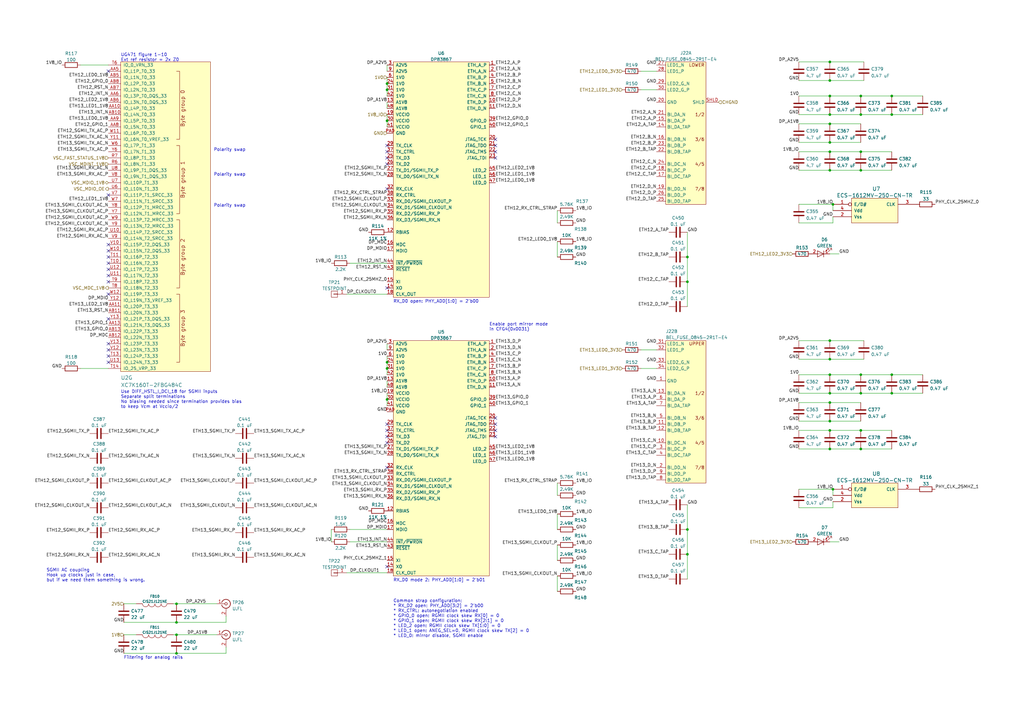
<source format=kicad_sch>
(kicad_sch (version 20211123) (generator eeschema)
  (paper "A3")
  (title_block (date "2023-06-15") (rev "0.1") (company "Antikernel Labs") (comment 1 "Andrew D. Zonenberg"))
  (junction (at 340.36 161.29))
  (junction (at 353.06 161.29))
  (junction (at 281.94 105.41))
  (junction (at 340.36 39.37))
  (junction (at 158.75 163.83))
  (junction (at 340.36 69.85))
  (junction (at 365.76 46.99))
  (junction (at 353.06 153.67))
  (junction (at 158.75 148.59))
  (junction (at 340.36 25.4))
  (junction (at 72.39 267.97))
  (junction (at 353.06 184.15))
  (junction (at 340.36 147.32))
  (junction (at 340.36 165.1))
  (junction (at 340.36 50.8))
  (junction (at 341.63 83.82))
  (junction (at 72.39 255.27))
  (junction (at 353.06 39.37))
  (junction (at 353.06 176.53))
  (junction (at 340.36 184.15))
  (junction (at 353.06 69.85))
  (junction (at 353.06 62.23))
  (junction (at 72.39 247.65))
  (junction (at 365.76 153.67))
  (junction (at 340.36 153.67))
  (junction (at 340.36 139.7))
  (junction (at 340.36 172.72))
  (junction (at 340.36 176.53))
  (junction (at 158.75 151.13))
  (junction (at 158.75 36.83))
  (junction (at 340.36 62.23))
  (junction (at 158.75 34.29))
  (junction (at 365.76 161.29))
  (junction (at 281.94 227.33))
  (junction (at 281.94 115.57))
  (junction (at 353.06 46.99))
  (junction (at 340.36 33.02))
  (junction (at 72.39 260.35))
  (junction (at 340.36 58.42))
  (junction (at 341.63 200.66))
  (junction (at 281.94 217.17))
  (junction (at 158.75 49.53))
  (junction (at 365.76 39.37))
  (junction (at 340.36 46.99))
  (no_connect (at 44.45 110.49))
  (no_connect (at 203.2 57.15))
  (no_connect (at 158.75 173.99))
  (no_connect (at 44.45 143.51))
  (no_connect (at 158.75 67.31))
  (no_connect (at 158.75 59.69))
  (no_connect (at 203.2 171.45))
  (no_connect (at 44.45 115.57))
  (no_connect (at 44.45 146.05))
  (no_connect (at 44.45 102.87))
  (no_connect (at 203.2 179.07))
  (no_connect (at 158.75 64.77))
  (no_connect (at 203.2 173.99))
  (no_connect (at 203.2 64.77))
  (no_connect (at 44.45 100.33))
  (no_connect (at 158.75 181.61))
  (no_connect (at 158.75 191.77))
  (no_connect (at 44.45 80.01))
  (no_connect (at 158.75 176.53))
  (no_connect (at 44.45 105.41))
  (no_connect (at 44.45 130.81))
  (no_connect (at 203.2 176.53))
  (no_connect (at 44.45 120.65))
  (no_connect (at 44.45 107.95))
  (no_connect (at 158.75 62.23))
  (no_connect (at 44.45 29.21))
  (no_connect (at 158.75 179.07))
  (no_connect (at 44.45 113.03))
  (no_connect (at 44.45 148.59))
  (no_connect (at 158.75 232.41))
  (no_connect (at 158.75 118.11))
  (no_connect (at 158.75 77.47))
  (no_connect (at 44.45 140.97))
  (no_connect (at 203.2 59.69))
  (no_connect (at 203.2 62.23))
  (wire (pts (xy 142.24 120.65) (xy 158.75 120.65)))
  (wire (pts (xy 327.66 139.7) (xy 340.36 139.7)))
  (wire (pts (xy 158.75 163.83) (xy 158.75 166.37)))
  (wire (pts (xy 327.66 69.85) (xy 340.36 69.85)))
  (wire (pts (xy 327.66 33.02) (xy 340.36 33.02)))
  (wire (pts (xy 50.8 247.65) (xy 55.88 247.65)))
  (wire (pts (xy 353.06 161.29) (xy 365.76 161.29)))
  (wire (pts (xy 135.89 217.17) (xy 135.89 222.25)))
  (wire (pts (xy 327.66 184.15) (xy 340.36 184.15)))
  (wire (pts (xy 353.06 184.15) (xy 365.76 184.15)))
  (wire (pts (xy 72.39 260.35) (xy 88.9 260.35)))
  (wire (pts (xy 340.36 69.85) (xy 353.06 69.85)))
  (wire (pts (xy 340.36 161.29) (xy 353.06 161.29)))
  (wire (pts (xy 33.02 26.67) (xy 44.45 26.67)))
  (wire (pts (xy 341.63 83.82) (xy 341.63 86.36)))
  (wire (pts (xy 158.75 46.99) (xy 158.75 49.53)))
  (wire (pts (xy 341.63 88.9) (xy 341.63 91.44)))
  (wire (pts (xy 327.66 39.37) (xy 340.36 39.37)))
  (wire (pts (xy 143.51 107.95) (xy 158.75 107.95)))
  (wire (pts (xy 228.6 86.36) (xy 228.6 91.44)))
  (wire (pts (xy 327.66 91.44) (xy 341.63 91.44)))
  (wire (pts (xy 50.8 267.97) (xy 72.39 267.97)))
  (wire (pts (xy 262.89 143.51) (xy 269.24 143.51)))
  (wire (pts (xy 281.94 95.25) (xy 281.94 105.41)))
  (wire (pts (xy 281.94 207.01) (xy 281.94 217.17)))
  (wire (pts (xy 365.76 161.29) (xy 378.46 161.29)))
  (wire (pts (xy 327.66 161.29) (xy 340.36 161.29)))
  (wire (pts (xy 340.36 50.8) (xy 353.06 50.8)))
  (wire (pts (xy 327.66 165.1) (xy 340.36 165.1)))
  (wire (pts (xy 327.66 153.67) (xy 340.36 153.67)))
  (wire (pts (xy 281.94 217.17) (xy 281.94 227.33)))
  (wire (pts (xy 340.36 62.23) (xy 353.06 62.23)))
  (wire (pts (xy 340.36 46.99) (xy 353.06 46.99)))
  (wire (pts (xy 327.66 208.28) (xy 341.63 208.28)))
  (wire (pts (xy 142.24 234.95) (xy 158.75 234.95)))
  (wire (pts (xy 143.51 222.25) (xy 158.75 222.25)))
  (wire (pts (xy 281.94 115.57) (xy 281.94 125.73)))
  (wire (pts (xy 327.66 58.42) (xy 340.36 58.42)))
  (wire (pts (xy 340.36 58.42) (xy 353.06 58.42)))
  (wire (pts (xy 327.66 200.66) (xy 341.63 200.66)))
  (wire (pts (xy 158.75 36.83) (xy 158.75 39.37)))
  (wire (pts (xy 327.66 83.82) (xy 341.63 83.82)))
  (wire (pts (xy 158.75 34.29) (xy 158.75 36.83)))
  (wire (pts (xy 158.75 156.21) (xy 158.75 158.75)))
  (wire (pts (xy 158.75 26.67) (xy 158.75 29.21)))
  (wire (pts (xy 228.6 198.12) (xy 228.6 203.2)))
  (wire (pts (xy 158.75 161.29) (xy 158.75 163.83)))
  (wire (pts (xy 340.36 172.72) (xy 353.06 172.72)))
  (wire (pts (xy 281.94 227.33) (xy 281.94 237.49)))
  (wire (pts (xy 340.36 33.02) (xy 354.33 33.02)))
  (wire (pts (xy 72.39 267.97) (xy 92.71 267.97)))
  (wire (pts (xy 71.12 247.65) (xy 72.39 247.65)))
  (wire (pts (xy 50.8 260.35) (xy 55.88 260.35)))
  (wire (pts (xy 158.75 148.59) (xy 158.75 151.13)))
  (wire (pts (xy 353.06 46.99) (xy 365.76 46.99)))
  (wire (pts (xy 228.6 99.06) (xy 228.6 105.41)))
  (wire (pts (xy 71.12 260.35) (xy 72.39 260.35)))
  (wire (pts (xy 340.36 184.15) (xy 353.06 184.15)))
  (wire (pts (xy 92.71 267.97) (xy 92.71 265.43)))
  (wire (pts (xy 353.06 69.85) (xy 365.76 69.85)))
  (wire (pts (xy 228.6 210.82) (xy 228.6 217.17)))
  (wire (pts (xy 158.75 140.97) (xy 158.75 143.51)))
  (wire (pts (xy 340.36 139.7) (xy 354.33 139.7)))
  (wire (pts (xy 50.8 255.27) (xy 72.39 255.27)))
  (wire (pts (xy 72.39 247.65) (xy 88.9 247.65)))
  (wire (pts (xy 158.75 146.05) (xy 158.75 148.59)))
  (wire (pts (xy 262.89 36.83) (xy 269.24 36.83)))
  (wire (pts (xy 158.75 41.91) (xy 158.75 44.45)))
  (wire (pts (xy 365.76 39.37) (xy 378.46 39.37)))
  (wire (pts (xy 327.66 176.53) (xy 340.36 176.53)))
  (wire (pts (xy 353.06 62.23) (xy 365.76 62.23)))
  (wire (pts (xy 340.36 153.67) (xy 353.06 153.67)))
  (wire (pts (xy 158.75 151.13) (xy 158.75 153.67)))
  (wire (pts (xy 353.06 39.37) (xy 365.76 39.37)))
  (wire (pts (xy 72.39 255.27) (xy 92.71 255.27)))
  (wire (pts (xy 281.94 105.41) (xy 281.94 115.57)))
  (wire (pts (xy 262.89 151.13) (xy 269.24 151.13)))
  (wire (pts (xy 353.06 153.67) (xy 365.76 153.67)))
  (wire (pts (xy 340.36 222.25) (xy 344.17 222.25)))
  (wire (pts (xy 340.36 176.53) (xy 353.06 176.53)))
  (wire (pts (xy 340.36 39.37) (xy 353.06 39.37)))
  (wire (pts (xy 158.75 49.53) (xy 158.75 52.07)))
  (wire (pts (xy 340.36 147.32) (xy 354.33 147.32)))
  (wire (pts (xy 228.6 223.52) (xy 228.6 229.87)))
  (wire (pts (xy 143.51 217.17) (xy 158.75 217.17)))
  (wire (pts (xy 365.76 46.99) (xy 378.46 46.99)))
  (wire (pts (xy 341.63 200.66) (xy 341.63 203.2)))
  (wire (pts (xy 327.66 147.32) (xy 340.36 147.32)))
  (wire (pts (xy 340.36 25.4) (xy 354.33 25.4)))
  (wire (pts (xy 327.66 62.23) (xy 340.36 62.23)))
  (wire (pts (xy 327.66 172.72) (xy 340.36 172.72)))
  (wire (pts (xy 158.75 31.75) (xy 158.75 34.29)))
  (wire (pts (xy 327.66 50.8) (xy 340.36 50.8)))
  (wire (pts (xy 340.36 104.14) (xy 344.17 104.14)))
  (wire (pts (xy 327.66 46.99) (xy 340.36 46.99)))
  (wire (pts (xy 353.06 176.53) (xy 365.76 176.53)))
  (wire (pts (xy 327.66 25.4) (xy 340.36 25.4)))
  (wire (pts (xy 228.6 236.22) (xy 228.6 242.57)))
  (wire (pts (xy 341.63 205.74) (xy 341.63 208.28)))
  (wire (pts (xy 33.02 151.13) (xy 44.45 151.13)))
  (wire (pts (xy 365.76 153.67) (xy 378.46 153.67)))
  (wire (pts (xy 262.89 29.21) (xy 269.24 29.21)))
  (wire (pts (xy 340.36 165.1) (xy 353.06 165.1)))
  (wire (pts (xy 92.71 255.27) (xy 92.71 252.73)))
  (text "Polarity swap" (at 87.63 62.23 0) (effects (font (size 1.27 1.27)) (justify left bottom)))
  (text "Polarity swap" (at 87.63 85.09 0) (effects (font (size 1.27 1.27)) (justify left bottom)))
  (text "RX_D0 open: PHY_ADD[1:0] = 2'b00" (at 161.29 124.46 0) (effects (font (size 1.27 1.27)) (justify left bottom)))
  (text "Common strap configuration:\n* RX_D2 open: PHY_ADD[3:2] = 2'b00\n* RX_CTRL: autonegotiation enabled\n* GPIO_0 open: RGMII clock skew RX[0] = 0\n* GPIO_1 open: RGMII clock skew RX[2:1] = 0\n* LED_2 open: RGMII clock skew TX[1:0] = 0\n* LED_1 open: ANEG_SEL=0, RGMII clock skew TX[2] = 0\n* LED_0: mirror disable, SGMII enable" (at 161.29 261.62 0) (effects (font (size 1.27 1.27)) (justify left bottom)))
  (text "Filtering for analog rails" (at 50.8 270.51 0) (effects (font (size 1.27 1.27)) (justify left bottom)))
  (text "SGMII AC coupling\nHook up clocks just in case,\nbut if we need them something is wrong." (at 19.05 238.76 0) (effects (font (size 1.27 1.27)) (justify left bottom)))
  (text "Use DIFF_HSTL_I_DCI_18 for SGMII inputs\nSeparate split terminations\nNo biasing needed since termination provides bias\nto keep Vcm at Vccio/2\n" (at 49.53 167.64 0) (effects (font (size 1.27 1.27)) (justify left bottom)))
  (text "Polarity swap" (at 87.63 72.39 0) (effects (font (size 1.27 1.27)) (justify left bottom)))
  (text "UG471 figure 1-10\nExt ref resistor = 2x Z0" (at 49.53 25.4 0) (effects (font (size 1.27 1.27)) (justify left bottom)))
  (text "Enable port mirror mode\nin CFG4(0x0031)" (at 200.66 135.89 0) (effects (font (size 1.27 1.27)) (justify left bottom)))
  (text "RX_D0 mode 2: PHY_ADD[1:0] = 2'b01" (at 161.29 238.76 0) (effects (font (size 1.27 1.27)) (justify left bottom)))
  (label "ETH13_LED1_1V8" (at 44.45 44.45 180))
  (label "1V8_IO" (at 236.22 86.36 0))
  (label "GND" (at 341.63 205.74 180))
  (label "DP_MDIO" (at 158.75 102.87 180))
  (label "ETH13_LED2_1V8" (at 44.45 125.73 180))
  (label "ETH12_LED0_1V8" (at 203.2 74.93 0))
  (label "DP_A1V8" (at 327.66 165.1 180))
  (label "ETH12_C_P" (at 203.2 36.83 0))
  (label "ETH13_SGMII_RX_P" (at 158.75 201.93 180))
  (label "ETH13_C_TAP" (at 274.32 227.33 180))
  (label "1V8_IO" (at 236.22 236.22 0))
  (label "ETH12_D_TAP" (at 269.24 82.55 180))
  (label "DP_A2V5" (at 327.66 25.4 180))
  (label "ETH13_SGMII_RX_P" (at 96.52 218.44 180))
  (label "ETH12_GPIO_0" (at 203.2 49.53 0))
  (label "ETH12_SGMII_RX_AC_P" (at 44.45 218.44 0))
  (label "ETH12_SGMII_CLKOUT_N" (at 36.83 208.28 180))
  (label "PHY_CLK_25MHZ_0" (at 383.54 83.82 0))
  (label "GND" (at 25.4 151.13 180))
  (label "ETH13_SGMII_TX_AC_P" (at 44.45 62.23 180))
  (label "ETH13_A_N" (at 203.2 158.75 0))
  (label "ETH13_D_TAP" (at 274.32 237.49 180))
  (label "ETH13_GPIO_0" (at 44.45 135.89 180))
  (label "GND" (at 158.75 168.91 180))
  (label "1V8_IO" (at 236.22 210.82 0))
  (label "GND" (at 327.66 147.32 180))
  (label "GND" (at 344.17 222.25 0))
  (label "ETH13_SGMII_CLKOUT_AC_P" (at 44.45 87.63 180))
  (label "DP_MDC" (at 158.75 100.33 180))
  (label "1V8_IO" (at 341.63 200.66 180))
  (label "ETH12_C_N" (at 269.24 67.31 180))
  (label "GND" (at 327.66 161.29 180))
  (label "ETH12_B_P" (at 269.24 59.69 180))
  (label "ETH12_SGMII_RX_N" (at 158.75 90.17 180))
  (label "DP_MDIO" (at 44.45 123.19 180))
  (label "GND" (at 50.8 267.97 180))
  (label "ETH13_B_TAP" (at 274.32 217.17 180))
  (label "ETH12_LED1_1V8" (at 44.45 82.55 180))
  (label "ETH12_LED1_1V8" (at 203.2 72.39 0))
  (label "ETH12_B_P" (at 203.2 31.75 0))
  (label "DP_MDC" (at 158.75 214.63 180))
  (label "GND" (at 327.66 184.15 180))
  (label "ETH13_D_N" (at 203.2 143.51 0))
  (label "ETH12_RST_N" (at 158.75 110.49 180))
  (label "ETH13_SGMII_TX_AC_P" (at 104.14 177.8 0))
  (label "ETH12_SGMII_CLKOUT_AC_N" (at 44.45 208.28 0))
  (label "ETH13_LED0_1V8" (at 228.6 210.82 180))
  (label "ETH13_SGMII_CLKOUT_N" (at 158.75 199.39 180))
  (label "1V0" (at 327.66 153.67 180))
  (label "ETH12_A_TAP" (at 274.32 95.25 180))
  (label "GND" (at 269.24 34.29 180))
  (label "ETH13_SGMII_TX_AC_N" (at 104.14 187.96 0))
  (label "ETH12_SGMII_RX_P" (at 36.83 218.44 180))
  (label "1V8_IO" (at 236.22 223.52 0))
  (label "ETH13_C_P" (at 203.2 146.05 0))
  (label "GND" (at 151.13 95.25 180))
  (label "ETH12_SGMII_CLKOUT_P" (at 158.75 82.55 180))
  (label "ETH13_SGMII_RX_AC_P" (at 44.45 72.39 180))
  (label "ETH12_C_P" (at 269.24 69.85 180))
  (label "ETH12_C_TAP" (at 269.24 72.39 180))
  (label "ETH12_B_N" (at 269.24 57.15 180))
  (label "ETH13_RST_N" (at 44.45 128.27 180))
  (label "ETH12_SGMII_TX_AC_N" (at 44.45 187.96 0))
  (label "ETH13_GPIO_1" (at 44.45 133.35 180))
  (label "1V0" (at 327.66 39.37 180))
  (label "ETH12_SGMII_TX_AC_P" (at 44.45 54.61 180))
  (label "ETH13_SGMII_CLKOUT_P" (at 158.75 196.85 180))
  (label "ETH12_SGMII_TX_P" (at 158.75 69.85 180))
  (label "DP_CLKOUT0" (at 142.24 120.65 0))
  (label "1V8_IO" (at 135.89 107.95 180))
  (label "ETH12_A_N" (at 203.2 29.21 0))
  (label "PHY_CLK_25MHZ_1" (at 158.75 229.87 180))
  (label "ETH13_SGMII_TX_P" (at 158.75 184.15 180))
  (label "GND" (at 327.66 172.72 180))
  (label "ETH12_LED0_1V8" (at 228.6 99.06 180))
  (label "ETH13_RST_N" (at 158.75 224.79 180))
  (label "DP_MDC" (at 44.45 138.43 180))
  (label "ETH12_RST_N" (at 44.45 36.83 180))
  (label "GND" (at 344.17 104.14 0))
  (label "ETH12_D_TAP" (at 274.32 125.73 180))
  (label "ETH13_GPIO_1" (at 203.2 166.37 0))
  (label "GND" (at 327.66 69.85 180))
  (label "ETH12_SGMII_CLKOUT_P" (at 36.83 198.12 180))
  (label "1V8_IO" (at 236.22 198.12 0))
  (label "ETH12_B_N" (at 203.2 34.29 0))
  (label "GND" (at 327.66 58.42 180))
  (label "ETH13_SGMII_RX_AC_N" (at 44.45 69.85 180))
  (label "ETH13_SGMII_RX_N" (at 158.75 204.47 180))
  (label "ETH13_SGMII_RX_N" (at 96.52 228.6 180))
  (label "DP_A1V8" (at 158.75 156.21 180))
  (label "DP_A2V5" (at 327.66 139.7 180))
  (label "ETH13_C_N" (at 269.24 181.61 180))
  (label "GND" (at 327.66 46.99 180))
  (label "ETH13_A_P" (at 203.2 156.21 0))
  (label "ETH13_D_TAP" (at 269.24 196.85 180))
  (label "GND" (at 236.22 91.44 0))
  (label "1V8_IO" (at 327.66 62.23 180))
  (label "ETH13_SGMII_RX_AC_N" (at 104.14 228.6 0))
  (label "ETH13_SGMII_TX_P" (at 96.52 177.8 180))
  (label "ETH13_A_P" (at 269.24 163.83 180))
  (label "ETH12_SGMII_RX_N" (at 36.83 228.6 180))
  (label "ETH12_SGMII_RX_AC_N" (at 44.45 97.79 180))
  (label "1V8_IO" (at 158.75 161.29 180))
  (label "ETH12_GPIO_1" (at 203.2 52.07 0))
  (label "GND" (at 269.24 148.59 180))
  (label "ETH12_SGMII_TX_AC_P" (at 44.45 177.8 0))
  (label "ETH12_C_N" (at 203.2 39.37 0))
  (label "ETH13_SGMII_CLKOUT_N" (at 96.52 208.28 180))
  (label "DP_MDIO" (at 158.75 217.17 180))
  (label "DP_A1V8" (at 85.09 260.35 180))
  (label "ETH12_D_N" (at 203.2 44.45 0))
  (label "GND" (at 236.22 217.17 0))
  (label "ETH13_INT_N" (at 44.45 46.99 180))
  (label "ETH13_RX_CTRL_STRAP" (at 228.6 198.12 180))
  (label "ETH13_GPIO_0" (at 203.2 163.83 0))
  (label "GND" (at 327.66 33.02 180))
  (label "GND" (at 236.22 203.2 0))
  (label "ETH13_SGMII_TX_N" (at 96.52 187.96 180))
  (label "ETH12_C_TAP" (at 274.32 115.57 180))
  (label "ETH12_GPIO_0" (at 44.45 34.29 180))
  (label "ETH12_A_N" (at 269.24 46.99 180))
  (label "ETH13_B_N" (at 269.24 171.45 180))
  (label "1V8_IO" (at 236.22 99.06 0))
  (label "ETH12_D_N" (at 269.24 77.47 180))
  (label "ETH12_A_P" (at 269.24 49.53 180))
  (label "GND" (at 151.13 209.55 180))
  (label "ETH12_D_P" (at 203.2 41.91 0))
  (label "ETH12_B_TAP" (at 269.24 62.23 180))
  (label "ETH13_SGMII_CLKOUT_P" (at 96.52 198.12 180))
  (label "DP_A2V5" (at 158.75 26.67 180))
  (label "DP_A1V8" (at 158.75 41.91 180))
  (label "ETH13_A_TAP" (at 274.32 207.01 180))
  (label "ETH12_LED2_1V8" (at 203.2 69.85 0))
  (label "ETH13_C_N" (at 203.2 148.59 0))
  (label "ETH12_SGMII_CLKOUT_AC_P" (at 44.45 198.12 0))
  (label "ETH12_RX_CTRL_STRAP" (at 228.6 86.36 180))
  (label "ETH13_SGMII_CLKOUT_AC_N" (at 104.14 208.28 0))
  (label "ETH13_B_P" (at 269.24 173.99 180))
  (label "ETH13_SGMII_CLKOUT_AC_P" (at 104.14 198.12 0))
  (label "1V8_IO" (at 135.89 222.25 180))
  (label "ETH13_SGMII_CLKOUT_AC_N" (at 44.45 85.09 180))
  (label "ETH13_C_P" (at 269.24 184.15 180))
  (label "ETH13_SGMII_TX_AC_N" (at 44.45 59.69 180))
  (label "PHY_CLK_25MHZ_1" (at 383.54 200.66 0))
  (label "GND" (at 341.63 88.9 180))
  (label "GND" (at 236.22 242.57 0))
  (label "ETH12_SGMII_TX_N" (at 36.83 187.96 180))
  (label "ETH12_D_P" (at 269.24 80.01 180))
  (label "GND" (at 269.24 156.21 180))
  (label "ETH13_LED2_1V8" (at 203.2 184.15 0))
  (label "ETH12_INT_N" (at 158.75 107.95 180))
  (label "ETH13_SGMII_CLKOUT_P" (at 228.6 223.52 180))
  (label "ETH12_LED0_1V8" (at 44.45 31.75 180))
  (label "ETH13_D_P" (at 269.24 194.31 180))
  (label "ETH13_B_TAP" (at 269.24 176.53 180))
  (label "GND" (at 269.24 140.97 180))
  (label "GND" (at 281.94 207.01 0))
  (label "ETH13_B_P" (at 203.2 151.13 0))
  (label "ETH12_SGMII_CLKOUT_AC_P" (at 44.45 90.17 180))
  (label "1V8_IO" (at 327.66 176.53 180))
  (label "1V0" (at 158.75 146.05 180))
  (label "ETH13_D_P" (at 203.2 140.97 0))
  (label "ETH13_SGMII_CLKOUT_N" (at 228.6 236.22 180))
  (label "ETH12_SGMII_TX_P" (at 36.83 177.8 180))
  (label "ETH12_RX_CTRL_STRAP" (at 158.75 80.01 180))
  (label "ETH12_LED2_1V8" (at 44.45 41.91 180))
  (label "ETH13_C_TAP" (at 269.24 186.69 180))
  (label "ETH13_A_TAP" (at 269.24 166.37 180))
  (label "DP_CLKOUT1" (at 143.51 234.95 0))
  (label "GND" (at 236.22 105.41 0))
  (label "ETH13_INT_N" (at 158.75 222.25 180))
  (label "ETH13_LED0_1V8" (at 203.2 189.23 0))
  (label "ETH12_A_P" (at 203.2 26.67 0))
  (label "DP_A1V8" (at 327.66 50.8 180))
  (label "ETH12_SGMII_RX_P" (at 158.75 87.63 180))
  (label "DP_A2V5" (at 76.2 247.65 0))
  (label "ETH13_A_N" (at 269.24 161.29 180))
  (label "ETH13_B_N" (at 203.2 153.67 0))
  (label "GND" (at 269.24 26.67 180))
  (label "GND" (at 236.22 229.87 0))
  (label "ETH12_INT_N" (at 44.45 39.37 180))
  (label "ETH13_RX_CTRL_STRAP" (at 158.75 194.31 180))
  (label "ETH12_SGMII_CLKOUT_N" (at 158.75 85.09 180))
  (label "ETH13_SGMII_TX_N" (at 158.75 186.69 180))
  (label "ETH12_SGMII_RX_AC_P" (at 44.45 95.25 180))
  (label "DP_A2V5" (at 158.75 140.97 180))
  (label "GND" (at 269.24 41.91 180))
  (label "1V8_IO" (at 341.63 83.82 180))
  (label "GND" (at 50.8 255.27 180))
  (label "ETH12_A_TAP" (at 269.24 52.07 180))
  (label "ETH12_SGMII_TX_N" (at 158.75 72.39 180))
  (label "ETH13_D_N" (at 269.24 191.77 180))
  (label "ETH13_LED1_1V8" (at 203.2 186.69 0))
  (label "ETH12_SGMII_TX_AC_N" (at 44.45 57.15 180))
  (label "ETH13_LED0_1V8" (at 44.45 49.53 180))
  (label "ETH12_SGMII_RX_AC_N" (at 44.45 228.6 0))
  (label "ETH13_SGMII_RX_AC_P" (at 104.14 218.44 0))
  (label "PHY_CLK_25MHZ_0" (at 158.75 115.57 180))
  (label "1V8_IO" (at 25.4 26.67 180))
  (label "ETH12_B_TAP" (at 274.32 105.41 180))
  (label "ETH12_GPIO_1" (at 44.45 52.07 180))
  (label "GND" (at 281.94 95.25 0))
  (label "ETH12_SGMII_CLKOUT_AC_N" (at 44.45 92.71 180))
  (hierarchical_label "VSC_MDC_1V8" (shape output) (at 44.45 118.11 180))
  (hierarchical_label "1V8_IO" (shape input) (at 158.75 46.99 180))
  (hierarchical_label "2V5" (shape input) (at 50.8 247.65 180))
  (hierarchical_label "VSC_FAST_STATUS_1V8" (shape input) (at 44.45 64.77 180))
  (hierarchical_label "ETH12_LED0_3V3" (shape input) (at 255.27 29.21 180))
  (hierarchical_label "ETH12_LED2_3V3" (shape input) (at 325.12 104.14 180))
  (hierarchical_label "VSC_MDINT_1V8" (shape input) (at 44.45 67.31 180))
  (hierarchical_label "ETH13_LED2_3V3" (shape input) (at 325.12 222.25 180))
  (hierarchical_label "1V0" (shape input) (at 158.75 31.75 180))
  (hierarchical_label "1V8" (shape input) (at 50.8 260.35 180))
  (hierarchical_label "VSC_MDIO_1V8" (shape bidirectional) (at 44.45 74.93 180))
  (hierarchical_label "ETH12_LED1_3V3" (shape input) (at 255.27 36.83 180))
  (hierarchical_label "GND" (shape input) (at 158.75 54.61 180))
  (hierarchical_label "VSC_MDIO_OE" (shape output) (at 44.45 77.47 180))
  (hierarchical_label "ETH13_LED0_3V3" (shape input) (at 255.27 143.51 180))
  (hierarchical_label "CHGND" (shape input) (at 294.64 41.91 0))
  (hierarchical_label "ETH13_LED1_3V3" (shape input) (at 255.27 151.13 180))
  (symbol (lib_id "device:C") (at 50.8 251.46 0) (unit 1)
    (property "Reference" "C477" (at 53.721 250.6253 0) (effects (justify left)))
    (property "Value" "22 uF" (at 53.721 253.1622 0) (effects (justify left)))
    (property "Footprint" "azonenberg_pcb:EIA_1206_CAP_NOSILK" (effects hide))
  )
  (symbol (lib_id "special-azonenberg:BEL_FUSE_0845-2R1T-E4") (at 273.05 198.12 0) (unit 2)
    (property "Reference" "J22" (at 273.05 135.8931 0) (effects (justify left)))
    (property "Value" "BEL_FUSE_0845-2R1T-E4" (at 273.05 138.43 0) (effects (justify left)))
    (property "Footprint" "azonenberg_pcb:CONN_RJ45_BELFUSE_0845-2R1T-E4" (effects hide))
  )
  (symbol (lib_id "device:R") (at 232.41 105.41 90) (unit 1)
    (property "Reference" "R140" (at 238.125 107.95 90))
    (property "Value" "2.49K" (at 232.41 102.87 90))
    (property "Footprint" "azonenberg_pcb:EIA_0402_RES_NOSILK" (effects hide))
  )
  (symbol (lib_id "device:C") (at 327.66 54.61 0) (unit 1)
    (property "Reference" "C359" (at 330.581 53.7015 0) (effects (justify left)))
    (property "Value" "4.7 uF" (at 330.581 56.4766 0) (effects (justify left)))
    (property "Footprint" "azonenberg_pcb:EIA_0603_CAP_NOSILK" (effects hide))
  )
  (symbol (lib_id "device:LED") (at 336.55 104.14 180) (unit 1)
    (property "Reference" "D6" (at 338.1502 98.2812 0))
    (property "Value" "GREEN" (at 338.1502 100.8181 0))
    (property "Footprint" "azonenberg_pcb:EIA_0603_LED" (effects hide))
  )
  (symbol (lib_id "device:C") (at 278.13 105.41 90) (unit 1)
    (property "Reference" "C451" (at 278.13 99.5512 90))
    (property "Value" "0.1 uF" (at 278.13 102.0881 90))
    (property "Footprint" "azonenberg_pcb:EIA_0402_CAP_NOSILK" (effects hide))
  )
  (symbol (lib_id "device:C") (at 40.64 187.96 90) (unit 1)
    (property "Reference" "C388" (at 40.64 182.1012 90))
    (property "Value" "0.1 uF" (at 40.64 184.6381 90))
    (property "Footprint" "azonenberg_pcb:EIA_0402_CAP_NOSILK" (effects hide))
  )
  (symbol (lib_id "conn:CONN_01X01") (at 137.16 120.65 180) (unit 1)
    (property "Reference" "TP21" (at 137.16 115.8072 0))
    (property "Value" "TESTPOINT" (at 137.16 118.3441 0))
    (property "Footprint" "azonenberg_pcb:TESTPOINT_SMT_0.5MM" (effects hide))
  )
  (symbol (lib_id "conn:CONN_COAXIAL") (at 92.71 247.65 0) (unit 1)
    (property "Reference" "TP26" (at 95.2501 247.1085 0) (effects (justify left)))
    (property "Value" "U.FL" (at 95.2501 249.6454 0) (effects (justify left)))
    (property "Footprint" "azonenberg_pcb:CONN_U.FL_TE_1909763-1" (effects hide))
  )
  (symbol (lib_id "device:C") (at 100.33 218.44 90) (unit 1)
    (property "Reference" "C445" (at 100.33 212.5812 90))
    (property "Value" "0.1 uF" (at 100.33 215.1181 90))
    (property "Footprint" "azonenberg_pcb:EIA_0402_CAP_NOSILK" (effects hide))
  )
  (symbol (lib_id "device:LED") (at 336.55 222.25 180) (unit 1)
    (property "Reference" "D7" (at 338.1502 216.3912 0))
    (property "Value" "GREEN" (at 338.1502 218.9281 0))
    (property "Footprint" "azonenberg_pcb:EIA_0603_LED" (effects hide))
  )
  (symbol (lib_id "device:R") (at 139.7 217.17 90) (unit 1)
    (property "Reference" "R119" (at 139.7 212.4542 90))
    (property "Value" "1.5K" (at 139.7 214.9911 90))
    (property "Footprint" "azonenberg_pcb:EIA_0402_RES_NOSILK" (effects hide))
  )
  (symbol (lib_id "device:R") (at 379.73 200.66 90) (unit 1)
    (property "Reference" "R116" (at 379.73 195.6775 90))
    (property "Value" "33" (at 379.73 198.4526 90))
    (property "Footprint" "azonenberg_pcb:EIA_0402_RES_NOSILK" (effects hide))
  )
  (symbol (lib_id "device:R") (at 232.41 210.82 90) (unit 1)
    (property "Reference" "R143" (at 238.125 213.36 90))
    (property "Value" "10K" (at 232.41 208.28 90))
    (property "Footprint" "azonenberg_pcb:EIA_0402_RES_NOSILK" (effects hide))
  )
  (symbol (lib_id "device:C") (at 278.13 217.17 90) (unit 1)
    (property "Reference" "C455" (at 278.13 211.3112 90))
    (property "Value" "0.1 uF" (at 278.13 213.8481 90))
    (property "Footprint" "azonenberg_pcb:EIA_0402_CAP_NOSILK" (effects hide))
  )
  (symbol (lib_id "device:C") (at 340.36 43.18 0) (unit 1)
    (property "Reference" "C366" (at 343.281 42.2715 0) (effects (justify left)))
    (property "Value" "0.47 uF" (at 343.281 45.0466 0) (effects (justify left)))
    (property "Footprint" "azonenberg_pcb:EIA_0402_CAP_NOSILK" (effects hide))
  )
  (symbol (lib_id "device:C") (at 327.66 204.47 0) (unit 1)
    (property "Reference" "C356" (at 330.581 203.5615 0) (effects (justify left)))
    (property "Value" "0.47 uF" (at 330.581 206.3366 0) (effects (justify left)))
    (property "Footprint" "azonenberg_pcb:EIA_0402_CAP_NOSILK" (effects hide))
  )
  (symbol (lib_id "device:C") (at 353.06 43.18 0) (unit 1)
    (property "Reference" "C373" (at 355.981 42.2715 0) (effects (justify left)))
    (property "Value" "0.47 uF" (at 355.981 45.0466 0) (effects (justify left)))
    (property "Footprint" "azonenberg_pcb:EIA_0402_CAP_NOSILK" (effects hide))
  )
  (symbol (lib_id "device:C") (at 100.33 177.8 90) (unit 1)
    (property "Reference" "C441" (at 100.33 171.9412 90))
    (property "Value" "0.1 uF" (at 100.33 174.4781 90))
    (property "Footprint" "azonenberg_pcb:EIA_0402_CAP_NOSILK" (effects hide))
  )
  (symbol (lib_id "device:C") (at 354.33 29.21 0) (unit 1)
    (property "Reference" "C379" (at 357.251 28.3015 0) (effects (justify left)))
    (property "Value" "0.47 uF" (at 357.251 31.0766 0) (effects (justify left)))
    (property "Footprint" "azonenberg_pcb:EIA_0402_CAP_NOSILK" (effects hide))
  )
  (symbol (lib_id "device:R") (at 232.41 198.12 90) (unit 1)
    (property "Reference" "R141" (at 238.76 194.31 90))
    (property "Value" "5.76K" (at 232.41 195.58 90))
    (property "Footprint" "azonenberg_pcb:EIA_0402_RES_NOSILK" (effects hide))
  )
  (symbol (lib_id "device:R") (at 232.41 229.87 90) (unit 1)
    (property "Reference" "R146" (at 238.125 232.41 90))
    (property "Value" "2.49K" (at 232.41 227.33 90))
    (property "Footprint" "azonenberg_pcb:EIA_0402_RES_NOSILK" (effects hide))
  )
  (symbol (lib_id "device:C") (at 365.76 43.18 0) (unit 1)
    (property "Reference" "C381" (at 368.681 42.2715 0) (effects (justify left)))
    (property "Value" "0.47 uF" (at 368.681 45.0466 0) (effects (justify left)))
    (property "Footprint" "azonenberg_pcb:EIA_0402_CAP_NOSILK" (effects hide))
  )
  (symbol (lib_id "device:C") (at 353.06 180.34 0) (unit 1)
    (property "Reference" "C378" (at 355.981 179.4315 0) (effects (justify left)))
    (property "Value" "0.47 uF" (at 355.981 182.2066 0) (effects (justify left)))
    (property "Footprint" "azonenberg_pcb:EIA_0402_CAP_NOSILK" (effects hide))
  )
  (symbol (lib_id "device:C") (at 340.36 66.04 0) (unit 1)
    (property "Reference" "C368" (at 343.281 65.1315 0) (effects (justify left)))
    (property "Value" "0.47 uF" (at 343.281 67.9066 0) (effects (justify left)))
    (property "Footprint" "azonenberg_pcb:EIA_0402_CAP_NOSILK" (effects hide))
  )
  (symbol (lib_id "device:R") (at 232.41 217.17 90) (unit 1)
    (property "Reference" "R144" (at 238.125 219.71 90))
    (property "Value" "2.49K" (at 232.41 214.63 90))
    (property "Footprint" "azonenberg_pcb:EIA_0402_RES_NOSILK" (effects hide))
  )
  (symbol (lib_id "osc-azonenberg:OSC") (at 359.41 83.82 0) (unit 1)
    (property "Reference" "U7" (at 359.41 77.47 0) (effects (font (size 1.524 1.524))))
    (property "Value" "ECS-1612MV-250-CN-TR" (at 358.775 80.1551 0) (effects (font (size 1.524 1.524))))
    (property "Footprint" "azonenberg_pcb:OSCILLATOR_1.6x1.2" (effects hide))
  )
  (symbol (lib_id "device:R") (at 29.21 26.67 90) (unit 1)
    (property "Reference" "R117" (at 29.21 21.9542 90))
    (property "Value" "100" (at 29.21 24.4911 90))
    (property "Footprint" "azonenberg_pcb:EIA_0402_RES_NOSILK" (effects hide))
  )
  (symbol (lib_id "device:C") (at 278.13 237.49 90) (unit 1)
    (property "Reference" "C457" (at 278.13 231.6312 90))
    (property "Value" "0.1 uF" (at 278.13 234.1681 90))
    (property "Footprint" "azonenberg_pcb:EIA_0402_CAP_NOSILK" (effects hide))
  )
  (symbol (lib_id "device:C") (at 354.33 143.51 0) (unit 1)
    (property "Reference" "C380" (at 357.251 142.6015 0) (effects (justify left)))
    (property "Value" "0.47 uF" (at 357.251 145.3766 0) (effects (justify left)))
    (property "Footprint" "azonenberg_pcb:EIA_0402_CAP_NOSILK" (effects hide))
  )
  (symbol (lib_id "device:C") (at 327.66 168.91 0) (unit 1)
    (property "Reference" "C363" (at 330.581 168.0015 0) (effects (justify left)))
    (property "Value" "4.7 uF" (at 330.581 170.7766 0) (effects (justify left)))
    (property "Footprint" "azonenberg_pcb:EIA_0603_CAP_NOSILK" (effects hide))
  )
  (symbol (lib_id "device:C") (at 50.8 264.16 0) (unit 1)
    (property "Reference" "C478" (at 53.721 263.3253 0) (effects (justify left)))
    (property "Value" "22 uF" (at 53.721 265.8622 0) (effects (justify left)))
    (property "Footprint" "azonenberg_pcb:EIA_1206_CAP_NOSILK" (effects hide))
  )
  (symbol (lib_id "device:R") (at 232.41 242.57 90) (unit 1)
    (property "Reference" "R148" (at 238.125 245.11 90))
    (property "Value" "2.49K" (at 232.41 240.03 90))
    (property "Footprint" "azonenberg_pcb:EIA_0402_RES_NOSILK" (effects hide))
  )
  (symbol (lib_id "device:C") (at 327.66 180.34 0) (unit 1)
    (property "Reference" "C364" (at 330.581 179.4315 0) (effects (justify left)))
    (property "Value" "4.7 uF" (at 330.581 182.2066 0) (effects (justify left)))
    (property "Footprint" "azonenberg_pcb:EIA_0603_CAP_NOSILK" (effects hide))
  )
  (symbol (lib_id "device:C") (at 378.46 157.48 0) (unit 1)
    (property "Reference" "C386" (at 381.381 156.5715 0) (effects (justify left)))
    (property "Value" "0.47 uF" (at 381.381 159.3466 0) (effects (justify left)))
    (property "Footprint" "azonenberg_pcb:EIA_0402_CAP_NOSILK" (effects hide))
  )
  (symbol (lib_id "device:R") (at 259.08 151.13 90) (unit 1)
    (property "Reference" "R152" (at 259.08 148.59 90))
    (property "Value" "470" (at 259.08 151.13 90))
    (property "Footprint" "azonenberg_pcb:EIA_0402_RES_NOSILK" (effects hide))
  )
  (symbol (lib_id "device:C") (at 327.66 143.51 0) (unit 1)
    (property "Reference" "C361" (at 330.581 142.6015 0) (effects (justify left)))
    (property "Value" "4.7 uF" (at 330.581 145.3766 0) (effects (justify left)))
    (property "Footprint" "azonenberg_pcb:EIA_0603_CAP_NOSILK" (effects hide))
  )
  (symbol (lib_id "device:C") (at 353.06 66.04 0) (unit 1)
    (property "Reference" "C375" (at 355.981 65.1315 0) (effects (justify left)))
    (property "Value" "0.47 uF" (at 355.981 67.9066 0) (effects (justify left)))
    (property "Footprint" "azonenberg_pcb:EIA_0402_CAP_NOSILK" (effects hide))
  )
  (symbol (lib_id "passive-azonenberg:INDUCTOR_PWROUT") (at 63.5 247.65 270) (unit 1)
    (property "Reference" "FB10" (at 63.5 244.5886 90) (effects (font (size 1.016 1.016))))
    (property "Value" "CIS21J121NE" (at 63.5 246.669 90) (effects (font (size 1.016 1.016))))
    (property "Footprint" "azonenberg_pcb:EIA_0805_INDUCTOR_NOSILK" (effects hide))
  )
  (symbol (lib_id "special-azonenberg:DP83867") (at 161.29 121.92 0) (unit 1)
    (property "Reference" "U6" (at 180.975 21.8272 0))
    (property "Value" "DP83867" (at 180.975 24.3641 0))
    (property "Footprint" "azonenberg_pcb:QFN_48_0.5MM_7x7MM" (effects hide))
  )
  (symbol (lib_id "device:C") (at 72.39 264.16 0) (unit 1)
    (property "Reference" "C480" (at 75.311 263.3253 0) (effects (justify left)))
    (property "Value" "22 uF" (at 75.311 265.8622 0) (effects (justify left)))
    (property "Footprint" "azonenberg_pcb:EIA_1206_CAP_NOSILK" (effects hide))
  )
  (symbol (lib_id "device:C") (at 100.33 228.6 90) (unit 1)
    (property "Reference" "C446" (at 100.33 222.7412 90))
    (property "Value" "0.1 uF" (at 100.33 225.2781 90))
    (property "Footprint" "azonenberg_pcb:EIA_0402_CAP_NOSILK" (effects hide))
  )
  (symbol (lib_id "device:C") (at 327.66 157.48 0) (unit 1)
    (property "Reference" "C362" (at 330.581 156.5715 0) (effects (justify left)))
    (property "Value" "4.7 uF" (at 330.581 159.3466 0) (effects (justify left)))
    (property "Footprint" "azonenberg_pcb:EIA_0603_CAP_NOSILK" (effects hide))
  )
  (symbol (lib_id "device:R") (at 259.08 143.51 90) (unit 1)
    (property "Reference" "R151" (at 259.08 140.97 90))
    (property "Value" "470" (at 259.08 143.51 90))
    (property "Footprint" "azonenberg_pcb:EIA_0402_RES_NOSILK" (effects hide))
  )
  (symbol (lib_id "device:C") (at 327.66 87.63 0) (unit 1)
    (property "Reference" "C355" (at 330.581 86.7215 0) (effects (justify left)))
    (property "Value" "0.47 uF" (at 330.581 89.4966 0) (effects (justify left)))
    (property "Footprint" "azonenberg_pcb:EIA_0402_CAP_NOSILK" (effects hide))
  )
  (symbol (lib_id "device:C") (at 278.13 125.73 90) (unit 1)
    (property "Reference" "C453" (at 278.13 119.8712 90))
    (property "Value" "0.1 uF" (at 278.13 122.4081 90))
    (property "Footprint" "azonenberg_pcb:EIA_0402_CAP_NOSILK" (effects hide))
  )
  (symbol (lib_id "device:C") (at 100.33 208.28 90) (unit 1)
    (property "Reference" "C444" (at 100.33 202.4212 90))
    (property "Value" "0.1 uF" (at 100.33 204.9581 90))
    (property "Footprint" "azonenberg_pcb:EIA_0402_CAP_NOSILK" (effects hide))
  )
  (symbol (lib_id "special-azonenberg:DP83867") (at 161.29 236.22 0) (unit 1)
    (property "Reference" "U5" (at 180.975 136.1272 0))
    (property "Value" "DP83867" (at 180.975 138.6641 0))
    (property "Footprint" "azonenberg_pcb:QFN_48_0.5MM_7x7MM" (effects hide))
  )
  (symbol (lib_id "device:C") (at 340.36 180.34 0) (unit 1)
    (property "Reference" "C372" (at 343.281 179.4315 0) (effects (justify left)))
    (property "Value" "0.47 uF" (at 343.281 182.2066 0) (effects (justify left)))
    (property "Footprint" "azonenberg_pcb:EIA_0402_CAP_NOSILK" (effects hide))
  )
  (symbol (lib_id "device:C") (at 278.13 115.57 90) (unit 1)
    (property "Reference" "C452" (at 278.13 109.7112 90))
    (property "Value" "0.1 uF" (at 278.13 112.2481 90))
    (property "Footprint" "azonenberg_pcb:EIA_0402_CAP_NOSILK" (effects hide))
  )
  (symbol (lib_id "device:R") (at 154.94 209.55 90) (unit 1)
    (property "Reference" "R121" (at 154.94 207.01 90))
    (property "Value" "11K 1%" (at 154.94 212.09 90))
    (property "Footprint" "azonenberg_pcb:EIA_0402_RES_NOSILK" (effects hide))
  )
  (symbol (lib_id "device:C") (at 278.13 227.33 90) (unit 1)
    (property "Reference" "C456" (at 278.13 221.4712 90))
    (property "Value" "0.1 uF" (at 278.13 224.0081 90))
    (property "Footprint" "azonenberg_pcb:EIA_0402_CAP_NOSILK" (effects hide))
  )
  (symbol (lib_id "device:C") (at 40.64 198.12 90) (unit 1)
    (property "Reference" "C389" (at 40.64 192.2612 90))
    (property "Value" "0.1 uF" (at 40.64 194.7981 90))
    (property "Footprint" "azonenberg_pcb:EIA_0402_CAP_NOSILK" (effects hide))
  )
  (symbol (lib_id "device:C") (at 340.36 168.91 0) (unit 1)
    (property "Reference" "C371" (at 343.281 168.0015 0) (effects (justify left)))
    (property "Value" "0.47 uF" (at 343.281 170.7766 0) (effects (justify left)))
    (property "Footprint" "azonenberg_pcb:EIA_0402_CAP_NOSILK" (effects hide))
  )
  (symbol (lib_id "device:R") (at 232.41 91.44 90) (unit 1)
    (property "Reference" "R138" (at 238.125 93.98 90))
    (property "Value" "2.49K" (at 232.41 88.9 90))
    (property "Footprint" "azonenberg_pcb:EIA_0402_RES_NOSILK" (effects hide))
  )
  (symbol (lib_id "device:C") (at 378.46 43.18 0) (unit 1)
    (property "Reference" "C385" (at 381.381 42.2715 0) (effects (justify left)))
    (property "Value" "0.47 uF" (at 381.381 45.0466 0) (effects (justify left)))
    (property "Footprint" "azonenberg_pcb:EIA_0402_CAP_NOSILK" (effects hide))
  )
  (symbol (lib_id "device:C") (at 278.13 95.25 90) (unit 1)
    (property "Reference" "C450" (at 278.13 89.3912 90))
    (property "Value" "0.1 uF" (at 278.13 91.9281 90))
    (property "Footprint" "azonenberg_pcb:EIA_0402_CAP_NOSILK" (effects hide))
  )
  (symbol (lib_id "device:C") (at 72.39 251.46 0) (unit 1)
    (property "Reference" "C479" (at 75.311 250.6253 0) (effects (justify left)))
    (property "Value" "22 uF" (at 75.311 253.1622 0) (effects (justify left)))
    (property "Footprint" "azonenberg_pcb:EIA_1206_CAP_NOSILK" (effects hide))
  )
  (symbol (lib_id "device:C") (at 365.76 180.34 0) (unit 1)
    (property "Reference" "C384" (at 368.681 179.4315 0) (effects (justify left)))
    (property "Value" "0.47 uF" (at 368.681 182.2066 0) (effects (justify left)))
    (property "Footprint" "azonenberg_pcb:EIA_0402_CAP_NOSILK" (effects hide))
  )
  (symbol (lib_id "device:R") (at 232.41 86.36 90) (unit 1)
    (property "Reference" "R137" (at 238.76 82.55 90))
    (property "Value" "5.76K" (at 232.41 83.82 90))
    (property "Footprint" "azonenberg_pcb:EIA_0402_RES_NOSILK" (effects hide))
  )
  (symbol (lib_id "device:C") (at 327.66 29.21 0) (unit 1)
    (property "Reference" "C357" (at 330.581 28.3015 0) (effects (justify left)))
    (property "Value" "4.7 uF" (at 330.581 31.0766 0) (effects (justify left)))
    (property "Footprint" "azonenberg_pcb:EIA_0603_CAP_NOSILK" (effects hide))
  )
  (symbol (lib_id "device:R") (at 139.7 107.95 90) (unit 1)
    (property "Reference" "R113" (at 139.7 105.41 90))
    (property "Value" "2.2K" (at 139.7 110.49 90))
    (property "Footprint" "azonenberg_pcb:EIA_0402_RES_NOSILK" (effects hide))
  )
  (symbol (lib_id "device:C") (at 353.06 54.61 0) (unit 1)
    (property "Reference" "C374" (at 355.981 53.7015 0) (effects (justify left)))
    (property "Value" "0.47 uF" (at 355.981 56.4766 0) (effects (justify left)))
    (property "Footprint" "azonenberg_pcb:EIA_0402_CAP_NOSILK" (effects hide))
  )
  (symbol (lib_id "device:C") (at 353.06 157.48 0) (unit 1)
    (property "Reference" "C376" (at 355.981 156.5715 0) (effects (justify left)))
    (property "Value" "0.47 uF" (at 355.981 159.3466 0) (effects (justify left)))
    (property "Footprint" "azonenberg_pcb:EIA_0402_CAP_NOSILK" (effects hide))
  )
  (symbol (lib_id "device:R") (at 232.41 236.22 90) (unit 1)
    (property "Reference" "R147" (at 238.125 238.76 90))
    (property "Value" "10K" (at 232.41 233.68 90))
    (property "Footprint" "azonenberg_pcb:EIA_0402_RES_NOSILK" (effects hide))
  )
  (symbol (lib_id "xilinx-azonenberg:XC7KxT-FBG484") (at 49.53 151.13 0) (unit 7)
    (property "Reference" "U2" (at 49.53 154.94 0) (effects (font (size 1.524 1.524)) (justify left)))
    (property "Value" "XC7K160T-2FBG484C" (at 49.53 157.9334 0) (effects (font (size 1.524 1.524)) (justify left)))
    (property "Footprint" "azonenberg_pcb:BGA_484_22x22_FULLARRAY_1MM" (effects hide))
  )
  (symbol (lib_id "device:C") (at 340.36 157.48 0) (unit 1)
    (property "Reference" "C370" (at 343.281 156.5715 0) (effects (justify left)))
    (property "Value" "0.47 uF" (at 343.281 159.3466 0) (effects (justify left)))
    (property "Footprint" "azonenberg_pcb:EIA_0402_CAP_NOSILK" (effects hide))
  )
  (symbol (lib_id "device:R") (at 232.41 99.06 90) (unit 1)
    (property "Reference" "R139" (at 238.125 101.6 90))
    (property "Value" "10K" (at 232.41 96.52 90))
    (property "Footprint" "azonenberg_pcb:EIA_0402_RES_NOSILK" (effects hide))
  )
  (symbol (lib_id "device:C") (at 340.36 143.51 0) (unit 1)
    (property "Reference" "C369" (at 343.281 142.6015 0) (effects (justify left)))
    (property "Value" "0.47 uF" (at 343.281 145.3766 0) (effects (justify left)))
    (property "Footprint" "azonenberg_pcb:EIA_0402_CAP_NOSILK" (effects hide))
  )
  (symbol (lib_id "passive-azonenberg:INDUCTOR_PWROUT") (at 63.5 260.35 270) (unit 1)
    (property "Reference" "FB11" (at 63.5 257.2886 90) (effects (font (size 1.016 1.016))))
    (property "Value" "CIS21J121NE" (at 63.5 259.369 90) (effects (font (size 1.016 1.016))))
    (property "Footprint" "azonenberg_pcb:EIA_0805_INDUCTOR_NOSILK" (effects hide))
  )
  (symbol (lib_id "device:R") (at 232.41 203.2 90) (unit 1)
    (property "Reference" "R142" (at 238.125 205.74 90))
    (property "Value" "2.49K" (at 232.41 200.66 90))
    (property "Footprint" "azonenberg_pcb:EIA_0402_RES_NOSILK" (effects hide))
  )
  (symbol (lib_id "device:R") (at 29.21 151.13 90) (unit 1)
    (property "Reference" "R118" (at 29.21 146.4142 90))
    (property "Value" "100" (at 29.21 148.9511 90))
    (property "Footprint" "azonenberg_pcb:EIA_0402_RES_NOSILK" (effects hide))
  )
  (symbol (lib_id "device:R") (at 259.08 29.21 90) (unit 1)
    (property "Reference" "R149" (at 259.08 26.67 90))
    (property "Value" "470" (at 259.08 29.21 90))
    (property "Footprint" "azonenberg_pcb:EIA_0402_RES_NOSILK" (effects hide))
  )
  (symbol (lib_id "device:R") (at 154.94 95.25 90) (unit 1)
    (property "Reference" "R114" (at 154.94 92.71 90))
    (property "Value" "11K 1%" (at 154.94 97.79 90))
    (property "Footprint" "azonenberg_pcb:EIA_0402_RES_NOSILK" (effects hide))
  )
  (symbol (lib_id "device:C") (at 40.64 218.44 90) (unit 1)
    (property "Reference" "C391" (at 40.64 212.5812 90))
    (property "Value" "0.1 uF" (at 40.64 215.1181 90))
    (property "Footprint" "azonenberg_pcb:EIA_0402_CAP_NOSILK" (effects hide))
  )
  (symbol (lib_id "device:C") (at 40.64 208.28 90) (unit 1)
    (property "Reference" "C390" (at 40.64 202.4212 90))
    (property "Value" "0.1 uF" (at 40.64 204.9581 90))
    (property "Footprint" "azonenberg_pcb:EIA_0402_CAP_NOSILK" (effects hide))
  )
  (symbol (lib_id "device:R") (at 379.73 83.82 90) (unit 1)
    (property "Reference" "R115" (at 379.73 78.8375 90))
    (property "Value" "33" (at 379.73 81.6126 90))
    (property "Footprint" "azonenberg_pcb:EIA_0402_RES_NOSILK" (effects hide))
  )
  (symbol (lib_id "conn:CONN_COAXIAL") (at 92.71 260.35 0) (unit 1)
    (property "Reference" "TP27" (at 95.2501 259.8085 0) (effects (justify left)))
    (property "Value" "U.FL" (at 95.2501 262.3454 0) (effects (justify left)))
    (property "Footprint" "azonenberg_pcb:CONN_U.FL_TE_1909763-1" (effects hide))
  )
  (symbol (lib_id "device:C") (at 327.66 43.18 0) (unit 1)
    (property "Reference" "C358" (at 330.581 42.2715 0) (effects (justify left)))
    (property "Value" "4.7 uF" (at 330.581 45.0466 0) (effects (justify left)))
    (property "Footprint" "azonenberg_pcb:EIA_0603_CAP_NOSILK" (effects hide))
  )
  (symbol (lib_id "device:C") (at 340.36 29.21 0) (unit 1)
    (property "Reference" "C365" (at 343.281 28.3015 0) (effects (justify left)))
    (property "Value" "0.47 uF" (at 343.281 31.0766 0) (effects (justify left)))
    (property "Footprint" "azonenberg_pcb:EIA_0402_CAP_NOSILK" (effects hide))
  )
  (symbol (lib_id "device:C") (at 365.76 157.48 0) (unit 1)
    (property "Reference" "C383" (at 368.681 156.5715 0) (effects (justify left)))
    (property "Value" "0.47 uF" (at 368.681 159.3466 0) (effects (justify left)))
    (property "Footprint" "azonenberg_pcb:EIA_0402_CAP_NOSILK" (effects hide))
  )
  (symbol (lib_id "device:R") (at 139.7 222.25 90) (unit 1)
    (property "Reference" "R120" (at 139.7 219.71 90))
    (property "Value" "2.2K" (at 139.7 224.79 90))
    (property "Footprint" "azonenberg_pcb:EIA_0402_RES_NOSILK" (effects hide))
  )
  (symbol (lib_id "device:R") (at 328.93 104.14 90) (unit 1)
    (property "Reference" "R153" (at 328.93 101.6 90))
    (property "Value" "470" (at 328.93 104.14 90))
    (property "Footprint" "azonenberg_pcb:EIA_0402_RES_NOSILK" (effects hide))
  )
  (symbol (lib_id "device:C") (at 100.33 187.96 90) (unit 1)
    (property "Reference" "C442" (at 100.33 182.1012 90))
    (property "Value" "0.1 uF" (at 100.33 184.6381 90))
    (property "Footprint" "azonenberg_pcb:EIA_0402_CAP_NOSILK" (effects hide))
  )
  (symbol (lib_id "device:R") (at 328.93 222.25 90) (unit 1)
    (property "Reference" "R154" (at 328.93 219.71 90))
    (property "Value" "470" (at 328.93 222.25 90))
    (property "Footprint" "azonenberg_pcb:EIA_0402_RES_NOSILK" (effects hide))
  )
  (symbol (lib_id "device:C") (at 40.64 177.8 90) (unit 1)
    (property "Reference" "C387" (at 40.64 171.9412 90))
    (property "Value" "0.1 uF" (at 40.64 174.4781 90))
    (property "Footprint" "azonenberg_pcb:EIA_0402_CAP_NOSILK" (effects hide))
  )
  (symbol (lib_id "device:C") (at 40.64 228.6 90) (unit 1)
    (property "Reference" "C392" (at 40.64 222.7412 90))
    (property "Value" "0.1 uF" (at 40.64 225.2781 90))
    (property "Footprint" "azonenberg_pcb:EIA_0402_CAP_NOSILK" (effects hide))
  )
  (symbol (lib_id "osc-azonenberg:OSC") (at 359.41 200.66 0) (unit 1)
    (property "Reference" "U8" (at 359.41 194.31 0) (effects (font (size 1.524 1.524))))
    (property "Value" "ECS-1612MV-250-CN-TR" (at 358.775 196.9951 0) (effects (font (size 1.524 1.524))))
    (property "Footprint" "azonenberg_pcb:OSCILLATOR_1.6x1.2" (effects hide))
  )
  (symbol (lib_id "device:C") (at 353.06 168.91 0) (unit 1)
    (property "Reference" "C377" (at 355.981 168.0015 0) (effects (justify left)))
    (property "Value" "0.47 uF" (at 355.981 170.7766 0) (effects (justify left)))
    (property "Footprint" "azonenberg_pcb:EIA_0402_CAP_NOSILK" (effects hide))
  )
  (symbol (lib_id "device:C") (at 327.66 66.04 0) (unit 1)
    (property "Reference" "C360" (at 330.581 65.1315 0) (effects (justify left)))
    (property "Value" "4.7 uF" (at 330.581 67.9066 0) (effects (justify left)))
    (property "Footprint" "azonenberg_pcb:EIA_0603_CAP_NOSILK" (effects hide))
  )
  (symbol (lib_id "device:R") (at 259.08 36.83 90) (unit 1)
    (property "Reference" "R150" (at 259.08 34.29 90))
    (property "Value" "470" (at 259.08 36.83 90))
    (property "Footprint" "azonenberg_pcb:EIA_0402_RES_NOSILK" (effects hide))
  )
  (symbol (lib_id "conn:CONN_01X01") (at 137.16 234.95 180) (unit 1)
    (property "Reference" "TP22" (at 137.16 230.1072 0))
    (property "Value" "TESTPOINT" (at 137.16 232.6441 0))
    (property "Footprint" "azonenberg_pcb:TESTPOINT_SMT_0.5MM" (effects hide))
  )
  (symbol (lib_id "device:C") (at 278.13 207.01 90) (unit 1)
    (property "Reference" "C454" (at 278.13 201.1512 90))
    (property "Value" "0.1 uF" (at 278.13 203.6881 90))
    (property "Footprint" "azonenberg_pcb:EIA_0402_CAP_NOSILK" (effects hide))
  )
  (symbol (lib_id "device:C") (at 340.36 54.61 0) (unit 1)
    (property "Reference" "C367" (at 343.281 53.7015 0) (effects (justify left)))
    (property "Value" "0.47 uF" (at 343.281 56.4766 0) (effects (justify left)))
    (property "Footprint" "azonenberg_pcb:EIA_0402_CAP_NOSILK" (effects hide))
  )
  (symbol (lib_id "device:R") (at 232.41 223.52 90) (unit 1)
    (property "Reference" "R145" (at 238.125 226.06 90))
    (property "Value" "10K" (at 232.41 220.98 90))
    (property "Footprint" "azonenberg_pcb:EIA_0402_RES_NOSILK" (effects hide))
  )
  (symbol (lib_id "special-azonenberg:BEL_FUSE_0845-2R1T-E4") (at 273.05 83.82 0) (unit 1)
    (property "Reference" "J22" (at 281.305 21.751 0))
    (property "Value" "BEL_FUSE_0845-2R1T-E4" (at 281.305 24.2879 0))
    (property "Footprint" "azonenberg_pcb:CONN_RJ45_BELFUSE_0845-2R1T-E4" (effects hide))
  )
  (symbol (lib_id "device:C") (at 100.33 198.12 90) (unit 1)
    (property "Reference" "C443" (at 100.33 192.2612 90))
    (property "Value" "0.1 uF" (at 100.33 194.7981 90))
    (property "Footprint" "azonenberg_pcb:EIA_0402_CAP_NOSILK" (effects hide))
  )
  (symbol (lib_id "device:C") (at 365.76 66.04 0) (unit 1)
    (property "Reference" "C382" (at 368.681 65.1315 0) (effects (justify left)))
    (property "Value" "0.47 uF" (at 368.681 67.9066 0) (effects (justify left)))
    (property "Footprint" "azonenberg_pcb:EIA_0402_CAP_NOSILK" (effects hide))
  )
)
</source>
